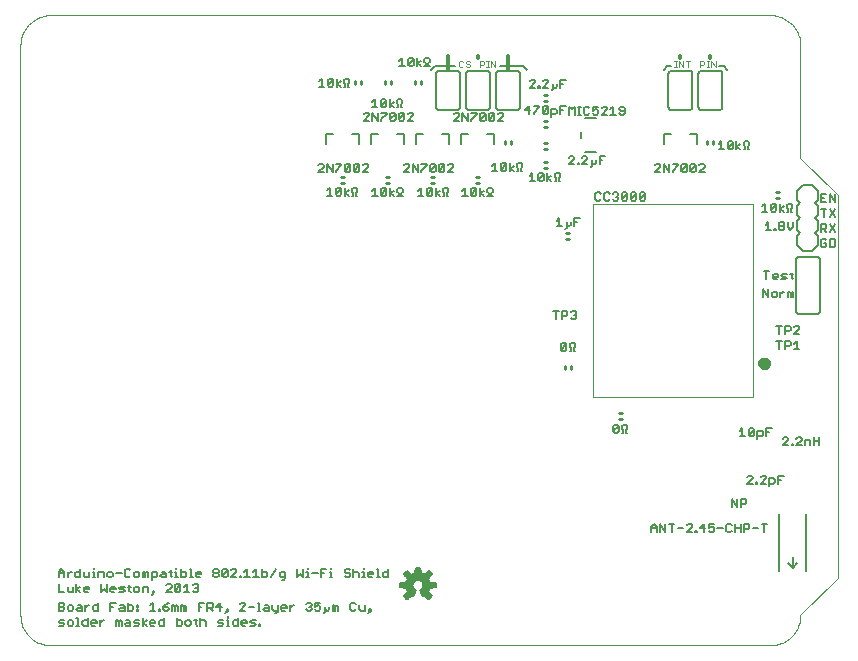
<source format=gto>
G75*
G70*
%OFA0B0*%
%FSLAX24Y24*%
%IPPOS*%
%LPD*%
%AMOC8*
5,1,8,0,0,1.08239X$1,22.5*
%
%ADD10C,0.0000*%
%ADD11C,0.0050*%
%ADD12C,0.0040*%
%ADD13C,0.0080*%
%ADD14C,0.0120*%
%ADD15C,0.0039*%
%ADD16C,0.0276*%
%ADD17C,0.0100*%
%ADD18C,0.0060*%
%ADD19C,0.0059*%
D10*
X001640Y000640D02*
X025640Y000640D01*
X025700Y000642D01*
X025761Y000647D01*
X025820Y000656D01*
X025879Y000669D01*
X025938Y000685D01*
X025995Y000705D01*
X026050Y000728D01*
X026105Y000755D01*
X026157Y000784D01*
X026208Y000817D01*
X026257Y000853D01*
X026303Y000891D01*
X026347Y000933D01*
X026389Y000977D01*
X026427Y001023D01*
X026463Y001072D01*
X026496Y001123D01*
X026525Y001175D01*
X026552Y001230D01*
X026575Y001285D01*
X026595Y001342D01*
X026611Y001401D01*
X026624Y001460D01*
X026633Y001519D01*
X026638Y001580D01*
X026640Y001640D01*
X027890Y002890D01*
X027890Y015640D01*
X026640Y016890D01*
X026640Y020640D01*
X026638Y020700D01*
X026633Y020761D01*
X026624Y020820D01*
X026611Y020879D01*
X026595Y020938D01*
X026575Y020995D01*
X026552Y021050D01*
X026525Y021105D01*
X026496Y021157D01*
X026463Y021208D01*
X026427Y021257D01*
X026389Y021303D01*
X026347Y021347D01*
X026303Y021389D01*
X026257Y021427D01*
X026208Y021463D01*
X026157Y021496D01*
X026105Y021525D01*
X026050Y021552D01*
X025995Y021575D01*
X025938Y021595D01*
X025879Y021611D01*
X025820Y021624D01*
X025761Y021633D01*
X025700Y021638D01*
X025640Y021640D01*
X001640Y021640D01*
X001580Y021638D01*
X001519Y021633D01*
X001460Y021624D01*
X001401Y021611D01*
X001342Y021595D01*
X001285Y021575D01*
X001230Y021552D01*
X001175Y021525D01*
X001123Y021496D01*
X001072Y021463D01*
X001023Y021427D01*
X000977Y021389D01*
X000933Y021347D01*
X000891Y021303D01*
X000853Y021257D01*
X000817Y021208D01*
X000784Y021157D01*
X000755Y021105D01*
X000728Y021050D01*
X000705Y020995D01*
X000685Y020938D01*
X000669Y020879D01*
X000656Y020820D01*
X000647Y020761D01*
X000642Y020700D01*
X000640Y020640D01*
X000640Y001640D01*
X000642Y001580D01*
X000647Y001519D01*
X000656Y001460D01*
X000669Y001401D01*
X000685Y001342D01*
X000705Y001285D01*
X000728Y001230D01*
X000755Y001175D01*
X000784Y001123D01*
X000817Y001072D01*
X000853Y001023D01*
X000891Y000977D01*
X000933Y000933D01*
X000977Y000891D01*
X001023Y000853D01*
X001072Y000817D01*
X001123Y000784D01*
X001175Y000755D01*
X001230Y000728D01*
X001285Y000705D01*
X001342Y000685D01*
X001401Y000669D01*
X001460Y000656D01*
X001519Y000647D01*
X001580Y000642D01*
X001640Y000640D01*
D11*
X001915Y001290D02*
X002050Y001290D01*
X002095Y001335D01*
X002050Y001380D01*
X001960Y001380D01*
X001915Y001425D01*
X001960Y001470D01*
X002095Y001470D01*
X002210Y001425D02*
X002210Y001335D01*
X002255Y001290D01*
X002345Y001290D01*
X002390Y001335D01*
X002390Y001425D01*
X002345Y001470D01*
X002255Y001470D01*
X002210Y001425D01*
X002504Y001290D02*
X002594Y001290D01*
X002549Y001290D02*
X002549Y001560D01*
X002504Y001560D01*
X002549Y001790D02*
X002504Y001835D01*
X002549Y001880D01*
X002684Y001880D01*
X002684Y001925D02*
X002684Y001790D01*
X002549Y001790D01*
X002390Y001835D02*
X002390Y001925D01*
X002345Y001970D01*
X002255Y001970D01*
X002210Y001925D01*
X002210Y001835D01*
X002255Y001790D01*
X002345Y001790D01*
X002390Y001835D01*
X002549Y001970D02*
X002639Y001970D01*
X002684Y001925D01*
X002799Y001880D02*
X002889Y001970D01*
X002934Y001970D01*
X003044Y001925D02*
X003090Y001970D01*
X003225Y001970D01*
X003225Y002060D02*
X003225Y001790D01*
X003090Y001790D01*
X003044Y001835D01*
X003044Y001925D01*
X002799Y001970D02*
X002799Y001790D01*
X002881Y001560D02*
X002881Y001290D01*
X002746Y001290D01*
X002701Y001335D01*
X002701Y001425D01*
X002746Y001470D01*
X002881Y001470D01*
X002995Y001425D02*
X003040Y001470D01*
X003131Y001470D01*
X003176Y001425D01*
X003176Y001380D01*
X002995Y001380D01*
X002995Y001335D02*
X002995Y001425D01*
X002995Y001335D02*
X003040Y001290D01*
X003131Y001290D01*
X003290Y001290D02*
X003290Y001470D01*
X003290Y001380D02*
X003380Y001470D01*
X003425Y001470D01*
X003830Y001470D02*
X003830Y001290D01*
X003920Y001290D02*
X003920Y001425D01*
X003965Y001470D01*
X004010Y001425D01*
X004010Y001290D01*
X004125Y001335D02*
X004170Y001380D01*
X004305Y001380D01*
X004305Y001425D02*
X004305Y001290D01*
X004170Y001290D01*
X004125Y001335D01*
X004170Y001470D02*
X004260Y001470D01*
X004305Y001425D01*
X004420Y001425D02*
X004465Y001470D01*
X004600Y001470D01*
X004555Y001380D02*
X004600Y001335D01*
X004555Y001290D01*
X004420Y001290D01*
X004465Y001380D02*
X004420Y001425D01*
X004465Y001380D02*
X004555Y001380D01*
X004714Y001380D02*
X004849Y001290D01*
X004960Y001335D02*
X004960Y001425D01*
X005005Y001470D01*
X005095Y001470D01*
X005140Y001425D01*
X005140Y001380D01*
X004960Y001380D01*
X004960Y001335D02*
X005005Y001290D01*
X005095Y001290D01*
X005254Y001335D02*
X005254Y001425D01*
X005299Y001470D01*
X005435Y001470D01*
X005435Y001560D02*
X005435Y001290D01*
X005299Y001290D01*
X005254Y001335D01*
X004849Y001470D02*
X004714Y001380D01*
X004714Y001290D02*
X004714Y001560D01*
X004563Y001790D02*
X004518Y001790D01*
X004518Y001835D01*
X004563Y001835D01*
X004563Y001790D01*
X004563Y001925D02*
X004518Y001925D01*
X004518Y001970D01*
X004563Y001970D01*
X004563Y001925D01*
X004403Y001925D02*
X004358Y001970D01*
X004223Y001970D01*
X004223Y002060D02*
X004223Y001790D01*
X004358Y001790D01*
X004403Y001835D01*
X004403Y001925D01*
X004109Y001925D02*
X004109Y001790D01*
X003973Y001790D01*
X003928Y001835D01*
X003973Y001880D01*
X004109Y001880D01*
X004109Y001925D02*
X004064Y001970D01*
X003973Y001970D01*
X003814Y002060D02*
X003634Y002060D01*
X003634Y001790D01*
X003634Y001925D02*
X003724Y001925D01*
X003830Y001470D02*
X003875Y001470D01*
X003920Y001425D01*
X003928Y002415D02*
X004064Y002415D01*
X004109Y002460D01*
X004064Y002505D01*
X003973Y002505D01*
X003928Y002550D01*
X003973Y002595D01*
X004109Y002595D01*
X004223Y002595D02*
X004313Y002595D01*
X004268Y002640D02*
X004268Y002460D01*
X004313Y002415D01*
X004420Y002460D02*
X004465Y002415D01*
X004555Y002415D01*
X004600Y002460D01*
X004600Y002550D01*
X004555Y002595D01*
X004465Y002595D01*
X004420Y002550D01*
X004420Y002460D01*
X004714Y002415D02*
X004714Y002595D01*
X004849Y002595D01*
X004894Y002550D01*
X004894Y002415D01*
X005009Y002325D02*
X005099Y002415D01*
X005054Y002415D01*
X005054Y002460D01*
X005099Y002460D01*
X005099Y002415D01*
X005050Y002060D02*
X005050Y001790D01*
X004960Y001790D02*
X005140Y001790D01*
X005254Y001790D02*
X005299Y001790D01*
X005299Y001835D01*
X005254Y001835D01*
X005254Y001790D01*
X005402Y001835D02*
X005447Y001790D01*
X005537Y001790D01*
X005582Y001835D01*
X005582Y001880D01*
X005537Y001925D01*
X005402Y001925D01*
X005402Y001835D01*
X005402Y001925D02*
X005492Y002015D01*
X005582Y002060D01*
X005696Y001970D02*
X005741Y001970D01*
X005786Y001925D01*
X005831Y001970D01*
X005877Y001925D01*
X005877Y001790D01*
X005786Y001790D02*
X005786Y001925D01*
X005696Y001970D02*
X005696Y001790D01*
X005844Y001560D02*
X005844Y001290D01*
X005979Y001290D01*
X006024Y001335D01*
X006024Y001425D01*
X005979Y001470D01*
X005844Y001470D01*
X006138Y001425D02*
X006138Y001335D01*
X006183Y001290D01*
X006273Y001290D01*
X006318Y001335D01*
X006318Y001425D01*
X006273Y001470D01*
X006183Y001470D01*
X006138Y001425D01*
X006433Y001470D02*
X006523Y001470D01*
X006478Y001515D02*
X006478Y001335D01*
X006523Y001290D01*
X006629Y001290D02*
X006629Y001560D01*
X006674Y001470D02*
X006765Y001470D01*
X006810Y001425D01*
X006810Y001290D01*
X006629Y001425D02*
X006674Y001470D01*
X006580Y001790D02*
X006580Y002060D01*
X006760Y002060D01*
X006875Y002060D02*
X006875Y001790D01*
X006875Y001880D02*
X007010Y001880D01*
X007055Y001925D01*
X007055Y002015D01*
X007010Y002060D01*
X006875Y002060D01*
X006965Y001880D02*
X007055Y001790D01*
X007170Y001925D02*
X007305Y002060D01*
X007305Y001790D01*
X007350Y001925D02*
X007170Y001925D01*
X007509Y001835D02*
X007509Y001790D01*
X007554Y001790D01*
X007554Y001835D01*
X007509Y001835D01*
X007554Y001790D02*
X007464Y001700D01*
X007558Y001605D02*
X007558Y001560D01*
X007558Y001470D02*
X007558Y001290D01*
X007513Y001290D02*
X007603Y001290D01*
X007710Y001335D02*
X007710Y001425D01*
X007755Y001470D01*
X007890Y001470D01*
X007890Y001560D02*
X007890Y001290D01*
X007755Y001290D01*
X007710Y001335D01*
X007558Y001470D02*
X007513Y001470D01*
X007399Y001470D02*
X007264Y001470D01*
X007219Y001425D01*
X007264Y001380D01*
X007354Y001380D01*
X007399Y001335D01*
X007354Y001290D01*
X007219Y001290D01*
X008004Y001335D02*
X008004Y001425D01*
X008050Y001470D01*
X008140Y001470D01*
X008185Y001425D01*
X008185Y001380D01*
X008004Y001380D01*
X008004Y001335D02*
X008050Y001290D01*
X008140Y001290D01*
X008299Y001290D02*
X008434Y001290D01*
X008479Y001335D01*
X008434Y001380D01*
X008344Y001380D01*
X008299Y001425D01*
X008344Y001470D01*
X008479Y001470D01*
X008594Y001335D02*
X008639Y001335D01*
X008639Y001290D01*
X008594Y001290D01*
X008594Y001335D01*
X009126Y001700D02*
X009171Y001700D01*
X009216Y001745D01*
X009216Y001970D01*
X009330Y001925D02*
X009375Y001970D01*
X009466Y001970D01*
X009511Y001925D01*
X009511Y001880D01*
X009330Y001880D01*
X009330Y001835D02*
X009330Y001925D01*
X009330Y001835D02*
X009375Y001790D01*
X009466Y001790D01*
X009625Y001790D02*
X009625Y001970D01*
X009625Y001880D02*
X009715Y001970D01*
X009760Y001970D01*
X010165Y002015D02*
X010210Y002060D01*
X010300Y002060D01*
X010345Y002015D01*
X010345Y001970D01*
X010300Y001925D01*
X010345Y001880D01*
X010345Y001835D01*
X010300Y001790D01*
X010210Y001790D01*
X010165Y001835D01*
X010255Y001925D02*
X010300Y001925D01*
X010460Y001925D02*
X010550Y001970D01*
X010595Y001970D01*
X010640Y001925D01*
X010640Y001835D01*
X010595Y001790D01*
X010505Y001790D01*
X010460Y001835D01*
X010460Y001925D02*
X010460Y002060D01*
X010640Y002060D01*
X010800Y001925D02*
X010800Y001835D01*
X010800Y001745D01*
X010755Y001700D01*
X010845Y001790D02*
X010800Y001835D01*
X010845Y001790D02*
X010890Y001790D01*
X010935Y001835D01*
X010935Y001925D01*
X011049Y001970D02*
X011094Y001970D01*
X011139Y001925D01*
X011184Y001970D01*
X011229Y001925D01*
X011229Y001790D01*
X011139Y001790D02*
X011139Y001925D01*
X011049Y001970D02*
X011049Y001790D01*
X011639Y001835D02*
X011684Y001790D01*
X011774Y001790D01*
X011819Y001835D01*
X011933Y001835D02*
X011978Y001790D01*
X012113Y001790D01*
X012113Y001970D01*
X011933Y001970D02*
X011933Y001835D01*
X011819Y002015D02*
X011774Y002060D01*
X011684Y002060D01*
X011639Y002015D01*
X011639Y001835D01*
X012228Y001700D02*
X012318Y001790D01*
X012273Y001790D01*
X012273Y001835D01*
X012318Y001835D01*
X012318Y001790D01*
X012363Y002915D02*
X012273Y002915D01*
X012228Y002960D01*
X012228Y003050D01*
X012273Y003095D01*
X012363Y003095D01*
X012408Y003050D01*
X012408Y003005D01*
X012228Y003005D01*
X012121Y002915D02*
X012031Y002915D01*
X012076Y002915D02*
X012076Y003095D01*
X012031Y003095D01*
X012076Y003185D02*
X012076Y003230D01*
X011917Y003050D02*
X011917Y002915D01*
X011917Y003050D02*
X011872Y003095D01*
X011782Y003095D01*
X011737Y003050D01*
X011622Y003005D02*
X011622Y002960D01*
X011577Y002915D01*
X011487Y002915D01*
X011442Y002960D01*
X011487Y003050D02*
X011577Y003050D01*
X011622Y003005D01*
X011622Y003140D02*
X011577Y003185D01*
X011487Y003185D01*
X011442Y003140D01*
X011442Y003095D01*
X011487Y003050D01*
X011737Y003185D02*
X011737Y002915D01*
X012522Y002915D02*
X012613Y002915D01*
X012568Y002915D02*
X012568Y003185D01*
X012522Y003185D01*
X012719Y003050D02*
X012764Y003095D01*
X012899Y003095D01*
X012899Y003185D02*
X012899Y002915D01*
X012764Y002915D01*
X012719Y002960D01*
X012719Y003050D01*
X011041Y002915D02*
X010951Y002915D01*
X010996Y002915D02*
X010996Y003095D01*
X010951Y003095D01*
X010996Y003185D02*
X010996Y003230D01*
X010836Y003185D02*
X010656Y003185D01*
X010656Y002915D01*
X010656Y003050D02*
X010746Y003050D01*
X010542Y003050D02*
X010362Y003050D01*
X010210Y003095D02*
X010210Y002915D01*
X010165Y002915D02*
X010255Y002915D01*
X010210Y003095D02*
X010165Y003095D01*
X010210Y003185D02*
X010210Y003230D01*
X010051Y003185D02*
X010051Y002915D01*
X009961Y003005D01*
X009871Y002915D01*
X009871Y003185D01*
X009461Y003095D02*
X009326Y003095D01*
X009281Y003050D01*
X009281Y002960D01*
X009326Y002915D01*
X009461Y002915D01*
X009461Y002870D02*
X009461Y003095D01*
X009461Y002870D02*
X009416Y002825D01*
X009371Y002825D01*
X008987Y002915D02*
X009167Y003185D01*
X008872Y003050D02*
X008827Y003095D01*
X008692Y003095D01*
X008692Y003185D02*
X008692Y002915D01*
X008827Y002915D01*
X008872Y002960D01*
X008872Y003050D01*
X008577Y002915D02*
X008397Y002915D01*
X008487Y002915D02*
X008487Y003185D01*
X008397Y003095D01*
X008283Y002915D02*
X008103Y002915D01*
X008193Y002915D02*
X008193Y003185D01*
X008103Y003095D01*
X008000Y002960D02*
X008000Y002915D01*
X007955Y002915D01*
X007955Y002960D01*
X008000Y002960D01*
X007841Y002915D02*
X007661Y002915D01*
X007841Y003095D01*
X007841Y003140D01*
X007796Y003185D01*
X007706Y003185D01*
X007661Y003140D01*
X007546Y003140D02*
X007366Y002960D01*
X007411Y002915D01*
X007501Y002915D01*
X007546Y002960D01*
X007546Y003140D01*
X007501Y003185D01*
X007411Y003185D01*
X007366Y003140D01*
X007366Y002960D01*
X007252Y002960D02*
X007207Y002915D01*
X007116Y002915D01*
X007071Y002960D01*
X007071Y003005D01*
X007116Y003050D01*
X007207Y003050D01*
X007252Y003005D01*
X007252Y002960D01*
X007207Y003050D02*
X007252Y003095D01*
X007252Y003140D01*
X007207Y003185D01*
X007116Y003185D01*
X007071Y003140D01*
X007071Y003095D01*
X007116Y003050D01*
X006662Y003050D02*
X006662Y003005D01*
X006482Y003005D01*
X006482Y002960D02*
X006482Y003050D01*
X006527Y003095D01*
X006617Y003095D01*
X006662Y003050D01*
X006617Y002915D02*
X006527Y002915D01*
X006482Y002960D01*
X006376Y002915D02*
X006286Y002915D01*
X006331Y002915D02*
X006331Y003185D01*
X006286Y003185D01*
X006171Y003050D02*
X006126Y003095D01*
X005991Y003095D01*
X005991Y003185D02*
X005991Y002915D01*
X006126Y002915D01*
X006171Y002960D01*
X006171Y003050D01*
X005885Y002915D02*
X005795Y002915D01*
X005840Y002915D02*
X005840Y003095D01*
X005795Y003095D01*
X005840Y003185D02*
X005840Y003230D01*
X005688Y003095D02*
X005598Y003095D01*
X005643Y003140D02*
X005643Y002960D01*
X005688Y002915D01*
X005484Y002915D02*
X005349Y002915D01*
X005303Y002960D01*
X005349Y003005D01*
X005484Y003005D01*
X005484Y003050D02*
X005484Y002915D01*
X005484Y003050D02*
X005439Y003095D01*
X005349Y003095D01*
X005189Y003050D02*
X005189Y002960D01*
X005144Y002915D01*
X005009Y002915D01*
X005009Y002825D02*
X005009Y003095D01*
X005144Y003095D01*
X005189Y003050D01*
X004894Y003050D02*
X004894Y002915D01*
X004804Y002915D02*
X004804Y003050D01*
X004849Y003095D01*
X004894Y003050D01*
X004804Y003050D02*
X004759Y003095D01*
X004714Y003095D01*
X004714Y002915D01*
X004600Y002960D02*
X004600Y003050D01*
X004555Y003095D01*
X004465Y003095D01*
X004420Y003050D01*
X004420Y002960D01*
X004465Y002915D01*
X004555Y002915D01*
X004600Y002960D01*
X004305Y002960D02*
X004260Y002915D01*
X004170Y002915D01*
X004125Y002960D01*
X004125Y003140D01*
X004170Y003185D01*
X004260Y003185D01*
X004305Y003140D01*
X004010Y003050D02*
X003830Y003050D01*
X003716Y003050D02*
X003671Y003095D01*
X003581Y003095D01*
X003536Y003050D01*
X003536Y002960D01*
X003581Y002915D01*
X003671Y002915D01*
X003716Y002960D01*
X003716Y003050D01*
X003519Y002685D02*
X003519Y002415D01*
X003429Y002505D01*
X003339Y002415D01*
X003339Y002685D01*
X003421Y002915D02*
X003421Y003050D01*
X003376Y003095D01*
X003241Y003095D01*
X003241Y002915D01*
X003135Y002915D02*
X003044Y002915D01*
X003090Y002915D02*
X003090Y003095D01*
X003044Y003095D01*
X003090Y003185D02*
X003090Y003230D01*
X002930Y003095D02*
X002930Y002915D01*
X002795Y002915D01*
X002750Y002960D01*
X002750Y003095D01*
X002635Y003095D02*
X002500Y003095D01*
X002455Y003050D01*
X002455Y002960D01*
X002500Y002915D01*
X002635Y002915D01*
X002635Y003185D01*
X002345Y003095D02*
X002300Y003095D01*
X002210Y003005D01*
X002210Y002915D02*
X002210Y003095D01*
X002095Y003095D02*
X002095Y002915D01*
X002095Y003050D02*
X001915Y003050D01*
X001915Y003095D02*
X002005Y003185D01*
X002095Y003095D01*
X001915Y003095D02*
X001915Y002915D01*
X001915Y002685D02*
X001915Y002415D01*
X002095Y002415D01*
X002210Y002460D02*
X002255Y002415D01*
X002390Y002415D01*
X002390Y002595D01*
X002504Y002505D02*
X002639Y002595D01*
X002750Y002550D02*
X002795Y002595D01*
X002885Y002595D01*
X002930Y002550D01*
X002930Y002505D01*
X002750Y002505D01*
X002750Y002460D02*
X002750Y002550D01*
X002750Y002460D02*
X002795Y002415D01*
X002885Y002415D01*
X002639Y002415D02*
X002504Y002505D01*
X002504Y002415D02*
X002504Y002685D01*
X002210Y002595D02*
X002210Y002460D01*
X002050Y002060D02*
X001915Y002060D01*
X001915Y001790D01*
X002050Y001790D01*
X002095Y001835D01*
X002095Y001880D01*
X002050Y001925D01*
X001915Y001925D01*
X002050Y001925D02*
X002095Y001970D01*
X002095Y002015D01*
X002050Y002060D01*
X003634Y002460D02*
X003679Y002415D01*
X003769Y002415D01*
X003814Y002505D02*
X003634Y002505D01*
X003634Y002460D02*
X003634Y002550D01*
X003679Y002595D01*
X003769Y002595D01*
X003814Y002550D01*
X003814Y002505D01*
X004960Y001970D02*
X005050Y002060D01*
X005500Y002415D02*
X005680Y002595D01*
X005680Y002640D01*
X005635Y002685D01*
X005545Y002685D01*
X005500Y002640D01*
X005500Y002415D02*
X005680Y002415D01*
X005795Y002460D02*
X005975Y002640D01*
X005975Y002460D01*
X005930Y002415D01*
X005840Y002415D01*
X005795Y002460D01*
X005795Y002640D01*
X005840Y002685D01*
X005930Y002685D01*
X005975Y002640D01*
X006089Y002595D02*
X006179Y002685D01*
X006179Y002415D01*
X006089Y002415D02*
X006269Y002415D01*
X006384Y002460D02*
X006429Y002415D01*
X006519Y002415D01*
X006564Y002460D01*
X006564Y002505D01*
X006519Y002550D01*
X006474Y002550D01*
X006519Y002550D02*
X006564Y002595D01*
X006564Y002640D01*
X006519Y002685D01*
X006429Y002685D01*
X006384Y002640D01*
X006126Y001970D02*
X006171Y001925D01*
X006171Y001790D01*
X006081Y001790D02*
X006081Y001925D01*
X006126Y001970D01*
X006081Y001925D02*
X006036Y001970D01*
X005991Y001970D01*
X005991Y001790D01*
X006580Y001925D02*
X006670Y001925D01*
X007955Y002015D02*
X008000Y002060D01*
X008090Y002060D01*
X008136Y002015D01*
X008136Y001970D01*
X007955Y001790D01*
X008136Y001790D01*
X008250Y001925D02*
X008430Y001925D01*
X008545Y001790D02*
X008635Y001790D01*
X008590Y001790D02*
X008590Y002060D01*
X008545Y002060D01*
X008786Y001970D02*
X008876Y001970D01*
X008921Y001925D01*
X008921Y001790D01*
X008786Y001790D01*
X008741Y001835D01*
X008786Y001880D01*
X008921Y001880D01*
X009036Y001835D02*
X009081Y001790D01*
X009216Y001790D01*
X009036Y001835D02*
X009036Y001970D01*
X018649Y010488D02*
X018694Y010443D01*
X018784Y010443D01*
X018830Y010488D01*
X018830Y010668D01*
X018784Y010713D01*
X018694Y010713D01*
X018649Y010668D01*
X018649Y010488D01*
X018830Y010668D01*
X018944Y010668D02*
X018989Y010713D01*
X019079Y010713D01*
X019124Y010668D01*
X019124Y010578D01*
X019079Y010533D01*
X019079Y010443D01*
X019124Y010443D01*
X018989Y010443D02*
X018989Y010533D01*
X018944Y010578D01*
X018944Y010668D01*
X018944Y010443D02*
X018989Y010443D01*
X019034Y011509D02*
X018989Y011554D01*
X019034Y011509D02*
X019124Y011509D01*
X019169Y011554D01*
X019169Y011599D01*
X019124Y011644D01*
X019079Y011644D01*
X019124Y011644D02*
X019169Y011689D01*
X019169Y011734D01*
X019124Y011779D01*
X019034Y011779D01*
X018989Y011734D01*
X018874Y011734D02*
X018874Y011644D01*
X018829Y011599D01*
X018694Y011599D01*
X018694Y011509D02*
X018694Y011779D01*
X018829Y011779D01*
X018874Y011734D01*
X018580Y011779D02*
X018399Y011779D01*
X018489Y011779D02*
X018489Y011509D01*
X018803Y014512D02*
X018848Y014557D01*
X018848Y014648D01*
X018893Y014603D01*
X018939Y014603D01*
X018984Y014648D01*
X018984Y014738D01*
X019098Y014738D02*
X019188Y014738D01*
X019098Y014873D02*
X019278Y014873D01*
X019098Y014873D02*
X019098Y014603D01*
X018848Y014648D02*
X018848Y014738D01*
X018689Y014603D02*
X018509Y014603D01*
X018599Y014603D02*
X018599Y014873D01*
X018509Y014783D01*
X019806Y015507D02*
X019851Y015462D01*
X019941Y015462D01*
X019986Y015507D01*
X020100Y015507D02*
X020145Y015462D01*
X020235Y015462D01*
X020280Y015507D01*
X020395Y015507D02*
X020440Y015462D01*
X020530Y015462D01*
X020575Y015507D01*
X020575Y015552D01*
X020530Y015597D01*
X020485Y015597D01*
X020530Y015597D02*
X020575Y015642D01*
X020575Y015687D01*
X020530Y015732D01*
X020440Y015732D01*
X020395Y015687D01*
X020280Y015687D02*
X020235Y015732D01*
X020145Y015732D01*
X020100Y015687D01*
X020100Y015507D01*
X019986Y015687D02*
X019941Y015732D01*
X019851Y015732D01*
X019806Y015687D01*
X019806Y015507D01*
X020690Y015507D02*
X020870Y015687D01*
X020870Y015507D01*
X020825Y015462D01*
X020735Y015462D01*
X020690Y015507D01*
X020690Y015687D01*
X020735Y015732D01*
X020825Y015732D01*
X020870Y015687D01*
X020984Y015687D02*
X021029Y015732D01*
X021119Y015732D01*
X021164Y015687D01*
X020984Y015507D01*
X021029Y015462D01*
X021119Y015462D01*
X021164Y015507D01*
X021164Y015687D01*
X021279Y015687D02*
X021324Y015732D01*
X021414Y015732D01*
X021459Y015687D01*
X021279Y015507D01*
X021324Y015462D01*
X021414Y015462D01*
X021459Y015507D01*
X021459Y015687D01*
X021279Y015687D02*
X021279Y015507D01*
X020984Y015507D02*
X020984Y015687D01*
X021790Y016415D02*
X021970Y016595D01*
X021970Y016640D01*
X021925Y016685D01*
X021835Y016685D01*
X021790Y016640D01*
X021790Y016415D02*
X021970Y016415D01*
X022085Y016415D02*
X022085Y016685D01*
X022265Y016415D01*
X022265Y016685D01*
X022379Y016685D02*
X022559Y016685D01*
X022559Y016640D01*
X022379Y016460D01*
X022379Y016415D01*
X022674Y016460D02*
X022674Y016640D01*
X022719Y016685D01*
X022809Y016685D01*
X022854Y016640D01*
X022674Y016460D01*
X022719Y016415D01*
X022809Y016415D01*
X022854Y016460D01*
X022854Y016640D01*
X022969Y016640D02*
X023014Y016685D01*
X023104Y016685D01*
X023149Y016640D01*
X022969Y016460D01*
X023014Y016415D01*
X023104Y016415D01*
X023149Y016460D01*
X023149Y016640D01*
X023263Y016640D02*
X023308Y016685D01*
X023398Y016685D01*
X023443Y016640D01*
X023443Y016595D01*
X023263Y016415D01*
X023443Y016415D01*
X022969Y016460D02*
X022969Y016640D01*
X023915Y017165D02*
X024095Y017165D01*
X024005Y017165D02*
X024005Y017435D01*
X023915Y017345D01*
X024210Y017390D02*
X024255Y017435D01*
X024345Y017435D01*
X024390Y017390D01*
X024210Y017210D01*
X024255Y017165D01*
X024345Y017165D01*
X024390Y017210D01*
X024390Y017390D01*
X024504Y017435D02*
X024504Y017165D01*
X024504Y017255D02*
X024639Y017345D01*
X024750Y017300D02*
X024750Y017390D01*
X024795Y017435D01*
X024885Y017435D01*
X024930Y017390D01*
X024930Y017300D01*
X024885Y017255D01*
X024885Y017165D01*
X024930Y017165D01*
X024795Y017165D02*
X024795Y017255D01*
X024750Y017300D01*
X024750Y017165D02*
X024795Y017165D01*
X024639Y017165D02*
X024504Y017255D01*
X024210Y017210D02*
X024210Y017390D01*
X026540Y015790D02*
X026540Y015490D01*
X026640Y015390D01*
X026540Y015290D01*
X026540Y014990D01*
X026640Y014890D01*
X026540Y014790D01*
X026540Y014490D01*
X026640Y014390D01*
X026540Y014290D01*
X026540Y013990D01*
X026740Y013790D01*
X027040Y013790D01*
X027240Y013990D01*
X027240Y014290D01*
X027140Y014390D01*
X027240Y014490D01*
X027240Y014790D01*
X027140Y014890D01*
X027240Y014990D01*
X027240Y015290D01*
X027140Y015390D01*
X027240Y015490D01*
X027240Y015790D01*
X027040Y015990D01*
X026740Y015990D01*
X026540Y015790D01*
X026322Y015357D02*
X026232Y015357D01*
X026187Y015312D01*
X026187Y015222D01*
X026232Y015177D01*
X026232Y015087D01*
X026187Y015087D01*
X026077Y015087D02*
X025942Y015177D01*
X026077Y015267D01*
X025942Y015357D02*
X025942Y015087D01*
X025827Y015132D02*
X025782Y015087D01*
X025692Y015087D01*
X025647Y015132D01*
X025827Y015312D01*
X025827Y015132D01*
X025647Y015132D02*
X025647Y015312D01*
X025692Y015357D01*
X025782Y015357D01*
X025827Y015312D01*
X025533Y015087D02*
X025353Y015087D01*
X025443Y015087D02*
X025443Y015357D01*
X025353Y015267D01*
X025568Y014748D02*
X025568Y014478D01*
X025478Y014478D02*
X025658Y014478D01*
X025772Y014478D02*
X025772Y014523D01*
X025817Y014523D01*
X025817Y014478D01*
X025772Y014478D01*
X025919Y014523D02*
X025919Y014568D01*
X025965Y014613D01*
X026055Y014613D01*
X026100Y014568D01*
X026100Y014523D01*
X026055Y014478D01*
X025965Y014478D01*
X025919Y014523D01*
X025965Y014613D02*
X025919Y014658D01*
X025919Y014703D01*
X025965Y014748D01*
X026055Y014748D01*
X026100Y014703D01*
X026100Y014658D01*
X026055Y014613D01*
X026214Y014568D02*
X026304Y014478D01*
X026394Y014568D01*
X026394Y014748D01*
X026214Y014748D02*
X026214Y014568D01*
X026322Y015087D02*
X026368Y015087D01*
X026322Y015087D02*
X026322Y015177D01*
X026368Y015222D01*
X026368Y015312D01*
X026322Y015357D01*
X025568Y014748D02*
X025478Y014658D01*
X027321Y014685D02*
X027321Y014415D01*
X027321Y014505D02*
X027456Y014505D01*
X027501Y014550D01*
X027501Y014640D01*
X027456Y014685D01*
X027321Y014685D01*
X027411Y014505D02*
X027501Y014415D01*
X027616Y014415D02*
X027796Y014685D01*
X027616Y014685D02*
X027796Y014415D01*
X027751Y014185D02*
X027616Y014185D01*
X027616Y013915D01*
X027751Y013915D01*
X027796Y013960D01*
X027796Y014140D01*
X027751Y014185D01*
X027501Y014140D02*
X027456Y014185D01*
X027366Y014185D01*
X027321Y014140D01*
X027321Y013960D01*
X027366Y013915D01*
X027456Y013915D01*
X027501Y013960D01*
X027501Y014050D01*
X027411Y014050D01*
X027411Y014915D02*
X027411Y015185D01*
X027321Y015185D02*
X027501Y015185D01*
X027616Y015185D02*
X027796Y014915D01*
X027616Y014915D02*
X027796Y015185D01*
X027796Y015415D02*
X027796Y015685D01*
X027616Y015685D02*
X027616Y015415D01*
X027501Y015415D02*
X027321Y015415D01*
X027321Y015685D01*
X027501Y015685D01*
X027616Y015685D02*
X027796Y015415D01*
X027411Y015550D02*
X027321Y015550D01*
X026344Y013062D02*
X026344Y012882D01*
X026389Y012837D01*
X026389Y013017D02*
X026299Y013017D01*
X026184Y013017D02*
X026049Y013017D01*
X026004Y012972D01*
X026049Y012927D01*
X026139Y012927D01*
X026184Y012882D01*
X026139Y012837D01*
X026004Y012837D01*
X025890Y012927D02*
X025710Y012927D01*
X025710Y012972D02*
X025755Y013017D01*
X025845Y013017D01*
X025890Y012972D01*
X025890Y012927D01*
X025845Y012837D02*
X025755Y012837D01*
X025710Y012882D01*
X025710Y012972D01*
X025595Y013107D02*
X025415Y013107D01*
X025505Y013107D02*
X025505Y012837D01*
X025564Y012513D02*
X025564Y012243D01*
X025384Y012513D01*
X025384Y012243D01*
X025678Y012288D02*
X025723Y012243D01*
X025814Y012243D01*
X025859Y012288D01*
X025859Y012378D01*
X025814Y012423D01*
X025723Y012423D01*
X025678Y012378D01*
X025678Y012288D01*
X025973Y012243D02*
X025973Y012423D01*
X025973Y012333D02*
X026063Y012423D01*
X026108Y012423D01*
X026219Y012423D02*
X026264Y012423D01*
X026309Y012378D01*
X026354Y012423D01*
X026399Y012378D01*
X026399Y012243D01*
X026309Y012243D02*
X026309Y012378D01*
X026219Y012423D02*
X026219Y012243D01*
X026267Y011279D02*
X026132Y011279D01*
X026132Y011009D01*
X026132Y011099D02*
X026267Y011099D01*
X026312Y011144D01*
X026312Y011234D01*
X026267Y011279D01*
X026426Y011234D02*
X026471Y011279D01*
X026561Y011279D01*
X026606Y011234D01*
X026606Y011189D01*
X026426Y011009D01*
X026606Y011009D01*
X026516Y010779D02*
X026516Y010509D01*
X026426Y010509D02*
X026606Y010509D01*
X026426Y010689D02*
X026516Y010779D01*
X026312Y010734D02*
X026312Y010644D01*
X026267Y010599D01*
X026132Y010599D01*
X026132Y010509D02*
X026132Y010779D01*
X026267Y010779D01*
X026312Y010734D01*
X026017Y010779D02*
X025837Y010779D01*
X025927Y010779D02*
X025927Y010509D01*
X025927Y011009D02*
X025927Y011279D01*
X025837Y011279D02*
X026017Y011279D01*
X025682Y007873D02*
X025502Y007873D01*
X025502Y007603D01*
X025388Y007648D02*
X025343Y007603D01*
X025207Y007603D01*
X025207Y007512D02*
X025207Y007783D01*
X025343Y007783D01*
X025388Y007738D01*
X025388Y007648D01*
X025502Y007738D02*
X025592Y007738D01*
X025093Y007828D02*
X024913Y007648D01*
X024958Y007603D01*
X025048Y007603D01*
X025093Y007648D01*
X025093Y007828D01*
X025048Y007873D01*
X024958Y007873D01*
X024913Y007828D01*
X024913Y007648D01*
X024798Y007603D02*
X024618Y007603D01*
X024708Y007603D02*
X024708Y007873D01*
X024618Y007783D01*
X026056Y007531D02*
X026101Y007576D01*
X026191Y007576D01*
X026236Y007531D01*
X026236Y007486D01*
X026056Y007306D01*
X026236Y007306D01*
X026350Y007306D02*
X026395Y007306D01*
X026395Y007351D01*
X026350Y007351D01*
X026350Y007306D01*
X026498Y007306D02*
X026678Y007486D01*
X026678Y007531D01*
X026633Y007576D01*
X026543Y007576D01*
X026498Y007531D01*
X026498Y007306D02*
X026678Y007306D01*
X026792Y007306D02*
X026792Y007486D01*
X026927Y007486D01*
X026972Y007441D01*
X026972Y007306D01*
X027087Y007306D02*
X027087Y007576D01*
X027087Y007441D02*
X027267Y007441D01*
X027267Y007576D02*
X027267Y007306D01*
X026080Y006295D02*
X025899Y006295D01*
X025899Y006024D01*
X025785Y006069D02*
X025740Y006024D01*
X025605Y006024D01*
X025605Y005934D02*
X025605Y006205D01*
X025740Y006205D01*
X025785Y006159D01*
X025785Y006069D01*
X025899Y006159D02*
X025989Y006159D01*
X025490Y006205D02*
X025490Y006250D01*
X025445Y006295D01*
X025355Y006295D01*
X025310Y006250D01*
X025490Y006205D02*
X025310Y006024D01*
X025490Y006024D01*
X025208Y006024D02*
X025163Y006024D01*
X025163Y006069D01*
X025208Y006069D01*
X025208Y006024D01*
X025048Y006024D02*
X024868Y006024D01*
X025048Y006205D01*
X025048Y006250D01*
X025003Y006295D01*
X024913Y006295D01*
X024868Y006250D01*
X024782Y005529D02*
X024827Y005484D01*
X024827Y005394D01*
X024782Y005349D01*
X024647Y005349D01*
X024647Y005259D02*
X024647Y005529D01*
X024782Y005529D01*
X024533Y005529D02*
X024533Y005259D01*
X024353Y005529D01*
X024353Y005259D01*
X024305Y004685D02*
X024215Y004685D01*
X024170Y004640D01*
X024170Y004460D01*
X024215Y004415D01*
X024305Y004415D01*
X024350Y004460D01*
X024464Y004415D02*
X024464Y004685D01*
X024350Y004640D02*
X024305Y004685D01*
X024464Y004550D02*
X024644Y004550D01*
X024759Y004505D02*
X024894Y004505D01*
X024939Y004550D01*
X024939Y004640D01*
X024894Y004685D01*
X024759Y004685D01*
X024759Y004415D01*
X024644Y004415D02*
X024644Y004685D01*
X025053Y004550D02*
X025234Y004550D01*
X025348Y004685D02*
X025528Y004685D01*
X025438Y004685D02*
X025438Y004415D01*
X024055Y004550D02*
X023875Y004550D01*
X023760Y004550D02*
X023760Y004460D01*
X023715Y004415D01*
X023625Y004415D01*
X023580Y004460D01*
X023580Y004550D02*
X023670Y004595D01*
X023715Y004595D01*
X023760Y004550D01*
X023760Y004685D02*
X023580Y004685D01*
X023580Y004550D01*
X023466Y004550D02*
X023286Y004550D01*
X023421Y004685D01*
X023421Y004415D01*
X023183Y004415D02*
X023183Y004460D01*
X023138Y004460D01*
X023138Y004415D01*
X023183Y004415D01*
X023024Y004415D02*
X022844Y004415D01*
X023024Y004595D01*
X023024Y004640D01*
X022979Y004685D01*
X022889Y004685D01*
X022844Y004640D01*
X022729Y004550D02*
X022549Y004550D01*
X022434Y004685D02*
X022254Y004685D01*
X022344Y004685D02*
X022344Y004415D01*
X022140Y004415D02*
X022140Y004685D01*
X021960Y004685D02*
X022140Y004415D01*
X021960Y004415D02*
X021960Y004685D01*
X021845Y004595D02*
X021755Y004685D01*
X021665Y004595D01*
X021665Y004415D01*
X021665Y004550D02*
X021845Y004550D01*
X021845Y004595D02*
X021845Y004415D01*
X020874Y007728D02*
X020829Y007728D01*
X020829Y007818D01*
X020874Y007863D01*
X020874Y007953D01*
X020829Y007998D01*
X020739Y007998D01*
X020694Y007953D01*
X020694Y007863D01*
X020739Y007818D01*
X020739Y007728D01*
X020694Y007728D01*
X020580Y007773D02*
X020534Y007728D01*
X020444Y007728D01*
X020399Y007773D01*
X020580Y007953D01*
X020580Y007773D01*
X020580Y007953D02*
X020534Y007998D01*
X020444Y007998D01*
X020399Y007953D01*
X020399Y007773D01*
X016380Y015615D02*
X016335Y015615D01*
X016335Y015705D01*
X016380Y015750D01*
X016380Y015840D01*
X016335Y015885D01*
X016245Y015885D01*
X016200Y015840D01*
X016200Y015750D01*
X016245Y015705D01*
X016245Y015615D01*
X016200Y015615D01*
X016089Y015615D02*
X015954Y015705D01*
X016089Y015795D01*
X015954Y015885D02*
X015954Y015615D01*
X015840Y015660D02*
X015795Y015615D01*
X015705Y015615D01*
X015660Y015660D01*
X015840Y015840D01*
X015840Y015660D01*
X015840Y015840D02*
X015795Y015885D01*
X015705Y015885D01*
X015660Y015840D01*
X015660Y015660D01*
X015545Y015615D02*
X015365Y015615D01*
X015455Y015615D02*
X015455Y015885D01*
X015365Y015795D01*
X014905Y015840D02*
X014905Y015750D01*
X014860Y015705D01*
X014860Y015615D01*
X014905Y015615D01*
X014770Y015615D02*
X014770Y015705D01*
X014725Y015750D01*
X014725Y015840D01*
X014770Y015885D01*
X014860Y015885D01*
X014905Y015840D01*
X014770Y015615D02*
X014725Y015615D01*
X014614Y015615D02*
X014479Y015705D01*
X014614Y015795D01*
X014479Y015885D02*
X014479Y015615D01*
X014365Y015660D02*
X014320Y015615D01*
X014230Y015615D01*
X014185Y015660D01*
X014365Y015840D01*
X014365Y015660D01*
X014365Y015840D02*
X014320Y015885D01*
X014230Y015885D01*
X014185Y015840D01*
X014185Y015660D01*
X014070Y015615D02*
X013890Y015615D01*
X013980Y015615D02*
X013980Y015885D01*
X013890Y015795D01*
X013380Y015750D02*
X013335Y015705D01*
X013335Y015615D01*
X013380Y015615D01*
X013380Y015750D02*
X013380Y015840D01*
X013335Y015885D01*
X013245Y015885D01*
X013200Y015840D01*
X013200Y015750D01*
X013245Y015705D01*
X013245Y015615D01*
X013200Y015615D01*
X013089Y015615D02*
X012954Y015705D01*
X013089Y015795D01*
X012954Y015885D02*
X012954Y015615D01*
X012840Y015660D02*
X012795Y015615D01*
X012705Y015615D01*
X012660Y015660D01*
X012840Y015840D01*
X012840Y015660D01*
X012840Y015840D02*
X012795Y015885D01*
X012705Y015885D01*
X012660Y015840D01*
X012660Y015660D01*
X012545Y015615D02*
X012365Y015615D01*
X012455Y015615D02*
X012455Y015885D01*
X012365Y015795D01*
X011874Y015760D02*
X011829Y015715D01*
X011829Y015625D01*
X011874Y015625D01*
X011874Y015760D02*
X011874Y015850D01*
X011829Y015895D01*
X011739Y015895D01*
X011694Y015850D01*
X011694Y015760D01*
X011739Y015715D01*
X011739Y015625D01*
X011694Y015625D01*
X011583Y015625D02*
X011448Y015715D01*
X011583Y015805D01*
X011448Y015895D02*
X011448Y015625D01*
X011334Y015670D02*
X011334Y015850D01*
X011153Y015670D01*
X011198Y015625D01*
X011289Y015625D01*
X011334Y015670D01*
X011334Y015850D02*
X011289Y015895D01*
X011198Y015895D01*
X011153Y015850D01*
X011153Y015670D01*
X011039Y015625D02*
X010859Y015625D01*
X010949Y015625D02*
X010949Y015895D01*
X010859Y015805D01*
X010866Y016415D02*
X010866Y016685D01*
X011046Y016415D01*
X011046Y016685D01*
X011161Y016685D02*
X011341Y016685D01*
X011341Y016640D01*
X011161Y016460D01*
X011161Y016415D01*
X011455Y016460D02*
X011635Y016640D01*
X011635Y016460D01*
X011590Y016415D01*
X011500Y016415D01*
X011455Y016460D01*
X011455Y016640D01*
X011500Y016685D01*
X011590Y016685D01*
X011635Y016640D01*
X011750Y016640D02*
X011750Y016460D01*
X011930Y016640D01*
X011930Y016460D01*
X011885Y016415D01*
X011795Y016415D01*
X011750Y016460D01*
X011750Y016640D02*
X011795Y016685D01*
X011885Y016685D01*
X011930Y016640D01*
X012045Y016640D02*
X012090Y016685D01*
X012180Y016685D01*
X012225Y016640D01*
X012225Y016595D01*
X012045Y016415D01*
X012225Y016415D01*
X013415Y016415D02*
X013595Y016595D01*
X013595Y016640D01*
X013550Y016685D01*
X013460Y016685D01*
X013415Y016640D01*
X013415Y016415D02*
X013595Y016415D01*
X013710Y016415D02*
X013710Y016685D01*
X013890Y016415D01*
X013890Y016685D01*
X014004Y016685D02*
X014184Y016685D01*
X014184Y016640D01*
X014004Y016460D01*
X014004Y016415D01*
X014299Y016460D02*
X014479Y016640D01*
X014479Y016460D01*
X014434Y016415D01*
X014344Y016415D01*
X014299Y016460D01*
X014299Y016640D01*
X014344Y016685D01*
X014434Y016685D01*
X014479Y016640D01*
X014594Y016640D02*
X014594Y016460D01*
X014774Y016640D01*
X014774Y016460D01*
X014729Y016415D01*
X014639Y016415D01*
X014594Y016460D01*
X014594Y016640D02*
X014639Y016685D01*
X014729Y016685D01*
X014774Y016640D01*
X014888Y016640D02*
X014933Y016685D01*
X015023Y016685D01*
X015068Y016640D01*
X015068Y016595D01*
X014888Y016415D01*
X015068Y016415D01*
X016359Y016441D02*
X016539Y016441D01*
X016449Y016441D02*
X016449Y016711D01*
X016359Y016621D01*
X016653Y016666D02*
X016653Y016486D01*
X016834Y016666D01*
X016834Y016486D01*
X016789Y016441D01*
X016698Y016441D01*
X016653Y016486D01*
X016653Y016666D02*
X016698Y016711D01*
X016789Y016711D01*
X016834Y016666D01*
X016948Y016711D02*
X016948Y016441D01*
X016948Y016531D02*
X017083Y016441D01*
X017194Y016441D02*
X017239Y016441D01*
X017239Y016531D01*
X017194Y016576D01*
X017194Y016666D01*
X017239Y016711D01*
X017329Y016711D01*
X017374Y016666D01*
X017374Y016576D01*
X017329Y016531D01*
X017329Y016441D01*
X017374Y016441D01*
X017609Y016295D02*
X017699Y016385D01*
X017699Y016115D01*
X017609Y016115D02*
X017789Y016115D01*
X017903Y016160D02*
X018084Y016340D01*
X018084Y016160D01*
X018039Y016115D01*
X017948Y016115D01*
X017903Y016160D01*
X017903Y016340D01*
X017948Y016385D01*
X018039Y016385D01*
X018084Y016340D01*
X018198Y016385D02*
X018198Y016115D01*
X018198Y016205D02*
X018333Y016295D01*
X018444Y016250D02*
X018444Y016340D01*
X018489Y016385D01*
X018579Y016385D01*
X018624Y016340D01*
X018624Y016250D01*
X018579Y016205D01*
X018579Y016115D01*
X018624Y016115D01*
X018489Y016115D02*
X018489Y016205D01*
X018444Y016250D01*
X018444Y016115D02*
X018489Y016115D01*
X018333Y016115D02*
X018198Y016205D01*
X018915Y016665D02*
X019095Y016845D01*
X019095Y016890D01*
X019050Y016935D01*
X018960Y016935D01*
X018915Y016890D01*
X018915Y016665D02*
X019095Y016665D01*
X019210Y016665D02*
X019210Y016710D01*
X019255Y016710D01*
X019255Y016665D01*
X019210Y016665D01*
X019357Y016665D02*
X019537Y016845D01*
X019537Y016890D01*
X019492Y016935D01*
X019402Y016935D01*
X019357Y016890D01*
X019357Y016665D02*
X019537Y016665D01*
X019652Y016575D02*
X019697Y016620D01*
X019697Y016710D01*
X019742Y016665D01*
X019787Y016665D01*
X019832Y016710D01*
X019832Y016800D01*
X019946Y016800D02*
X020036Y016800D01*
X019946Y016665D02*
X019946Y016935D01*
X020126Y016935D01*
X019697Y016800D02*
X019697Y016710D01*
X018336Y018257D02*
X018336Y018528D01*
X018472Y018528D01*
X018517Y018483D01*
X018517Y018393D01*
X018472Y018348D01*
X018336Y018348D01*
X018222Y018393D02*
X018222Y018573D01*
X018042Y018393D01*
X018087Y018348D01*
X018177Y018348D01*
X018222Y018393D01*
X018222Y018573D02*
X018177Y018618D01*
X018087Y018618D01*
X018042Y018573D01*
X018042Y018393D01*
X017927Y018573D02*
X017747Y018393D01*
X017747Y018348D01*
X017588Y018348D02*
X017588Y018618D01*
X017453Y018483D01*
X017633Y018483D01*
X017747Y018618D02*
X017927Y018618D01*
X017927Y018573D01*
X018345Y019132D02*
X018390Y019177D01*
X018390Y019268D01*
X018435Y019223D01*
X018480Y019223D01*
X018526Y019268D01*
X018526Y019358D01*
X018640Y019358D02*
X018730Y019358D01*
X018640Y019223D02*
X018640Y019493D01*
X018820Y019493D01*
X018390Y019358D02*
X018390Y019268D01*
X018231Y019223D02*
X018051Y019223D01*
X018231Y019403D01*
X018231Y019448D01*
X018186Y019493D01*
X018096Y019493D01*
X018051Y019448D01*
X017948Y019268D02*
X017948Y019223D01*
X017903Y019223D01*
X017903Y019268D01*
X017948Y019268D01*
X017789Y019223D02*
X017609Y019223D01*
X017789Y019403D01*
X017789Y019448D01*
X017744Y019493D01*
X017654Y019493D01*
X017609Y019448D01*
X018631Y018618D02*
X018811Y018618D01*
X018931Y018591D02*
X018931Y018321D01*
X019111Y018321D02*
X019111Y018591D01*
X019021Y018501D01*
X018931Y018591D01*
X018721Y018483D02*
X018631Y018483D01*
X018631Y018348D02*
X018631Y018618D01*
X019225Y018591D02*
X019315Y018591D01*
X019270Y018591D02*
X019270Y018321D01*
X019225Y018321D02*
X019315Y018321D01*
X019422Y018366D02*
X019422Y018546D01*
X019467Y018591D01*
X019557Y018591D01*
X019602Y018546D01*
X019716Y018591D02*
X019716Y018456D01*
X019806Y018501D01*
X019851Y018501D01*
X019897Y018456D01*
X019897Y018366D01*
X019851Y018321D01*
X019761Y018321D01*
X019716Y018366D01*
X019602Y018366D02*
X019557Y018321D01*
X019467Y018321D01*
X019422Y018366D01*
X019716Y018591D02*
X019897Y018591D01*
X020011Y018546D02*
X020056Y018591D01*
X020146Y018591D01*
X020191Y018546D01*
X020191Y018501D01*
X020011Y018321D01*
X020191Y018321D01*
X020306Y018321D02*
X020486Y018321D01*
X020396Y018321D02*
X020396Y018591D01*
X020306Y018501D01*
X020600Y018501D02*
X020645Y018456D01*
X020780Y018456D01*
X020780Y018366D02*
X020780Y018546D01*
X020735Y018591D01*
X020645Y018591D01*
X020600Y018546D01*
X020600Y018501D01*
X020600Y018366D02*
X020645Y018321D01*
X020735Y018321D01*
X020780Y018366D01*
X017083Y016621D02*
X016948Y016531D01*
X016731Y018115D02*
X016551Y018115D01*
X016731Y018295D01*
X016731Y018340D01*
X016686Y018385D01*
X016596Y018385D01*
X016551Y018340D01*
X016436Y018340D02*
X016436Y018160D01*
X016391Y018115D01*
X016301Y018115D01*
X016256Y018160D01*
X016436Y018340D01*
X016391Y018385D01*
X016301Y018385D01*
X016256Y018340D01*
X016256Y018160D01*
X016142Y018160D02*
X016097Y018115D01*
X016006Y018115D01*
X015961Y018160D01*
X016142Y018340D01*
X016142Y018160D01*
X016142Y018340D02*
X016097Y018385D01*
X016006Y018385D01*
X015961Y018340D01*
X015961Y018160D01*
X015847Y018340D02*
X015667Y018160D01*
X015667Y018115D01*
X015552Y018115D02*
X015552Y018385D01*
X015667Y018385D02*
X015847Y018385D01*
X015847Y018340D01*
X015552Y018115D02*
X015372Y018385D01*
X015372Y018115D01*
X015258Y018115D02*
X015078Y018115D01*
X015258Y018295D01*
X015258Y018340D01*
X015213Y018385D01*
X015123Y018385D01*
X015078Y018340D01*
X013731Y018346D02*
X013686Y018391D01*
X013596Y018391D01*
X013551Y018346D01*
X013436Y018346D02*
X013256Y018166D01*
X013301Y018121D01*
X013391Y018121D01*
X013436Y018166D01*
X013436Y018346D01*
X013391Y018391D01*
X013301Y018391D01*
X013256Y018346D01*
X013256Y018166D01*
X013142Y018166D02*
X013097Y018121D01*
X013006Y018121D01*
X012961Y018166D01*
X013142Y018346D01*
X013142Y018166D01*
X013142Y018346D02*
X013097Y018391D01*
X013006Y018391D01*
X012961Y018346D01*
X012961Y018166D01*
X012847Y018346D02*
X012667Y018166D01*
X012667Y018121D01*
X012552Y018121D02*
X012552Y018391D01*
X012667Y018391D02*
X012847Y018391D01*
X012847Y018346D01*
X012789Y018566D02*
X012698Y018566D01*
X012653Y018611D01*
X012834Y018791D01*
X012834Y018611D01*
X012789Y018566D01*
X012653Y018611D02*
X012653Y018791D01*
X012698Y018836D01*
X012789Y018836D01*
X012834Y018791D01*
X012948Y018836D02*
X012948Y018566D01*
X012948Y018656D02*
X013083Y018746D01*
X013194Y018701D02*
X013194Y018791D01*
X013239Y018836D01*
X013329Y018836D01*
X013374Y018791D01*
X013374Y018701D01*
X013329Y018656D01*
X013329Y018566D01*
X013374Y018566D01*
X013239Y018566D02*
X013239Y018656D01*
X013194Y018701D01*
X013194Y018566D02*
X013239Y018566D01*
X013083Y018566D02*
X012948Y018656D01*
X012539Y018566D02*
X012359Y018566D01*
X012449Y018566D02*
X012449Y018836D01*
X012359Y018746D01*
X012372Y018391D02*
X012552Y018121D01*
X012372Y018121D02*
X012372Y018391D01*
X012258Y018346D02*
X012213Y018391D01*
X012123Y018391D01*
X012078Y018346D01*
X012258Y018346D02*
X012258Y018301D01*
X012078Y018121D01*
X012258Y018121D01*
X013551Y018121D02*
X013731Y018301D01*
X013731Y018346D01*
X013731Y018121D02*
X013551Y018121D01*
X011602Y019259D02*
X011557Y019259D01*
X011557Y019349D01*
X011602Y019394D01*
X011602Y019484D01*
X011557Y019529D01*
X011467Y019529D01*
X011422Y019484D01*
X011422Y019394D01*
X011467Y019349D01*
X011467Y019259D01*
X011422Y019259D01*
X011311Y019259D02*
X011176Y019349D01*
X011311Y019439D01*
X011176Y019529D02*
X011176Y019259D01*
X011062Y019304D02*
X011062Y019484D01*
X010882Y019304D01*
X010927Y019259D01*
X011017Y019259D01*
X011062Y019304D01*
X011062Y019484D02*
X011017Y019529D01*
X010927Y019529D01*
X010882Y019484D01*
X010882Y019304D01*
X010767Y019259D02*
X010587Y019259D01*
X010677Y019259D02*
X010677Y019529D01*
X010587Y019439D01*
X013271Y019949D02*
X013451Y019949D01*
X013361Y019949D02*
X013361Y020220D01*
X013271Y020130D01*
X013566Y020175D02*
X013566Y019994D01*
X013746Y020175D01*
X013746Y019994D01*
X013701Y019949D01*
X013611Y019949D01*
X013566Y019994D01*
X013566Y020175D02*
X013611Y020220D01*
X013701Y020220D01*
X013746Y020175D01*
X013861Y020220D02*
X013861Y019949D01*
X013861Y020039D02*
X013996Y020130D01*
X014106Y020175D02*
X014151Y020220D01*
X014241Y020220D01*
X014286Y020175D01*
X014286Y020084D01*
X014241Y020039D01*
X014241Y019949D01*
X014286Y019949D01*
X014151Y019949D02*
X014151Y020039D01*
X014106Y020084D01*
X014106Y020175D01*
X014106Y019949D02*
X014151Y019949D01*
X013996Y019949D02*
X013861Y020039D01*
X010706Y016685D02*
X010616Y016685D01*
X010571Y016640D01*
X010706Y016685D02*
X010751Y016640D01*
X010751Y016595D01*
X010571Y016415D01*
X010751Y016415D01*
D12*
X015254Y019945D02*
X015289Y019910D01*
X015359Y019910D01*
X015394Y019945D01*
X015484Y019945D02*
X015519Y019910D01*
X015589Y019910D01*
X015624Y019945D01*
X015624Y019980D01*
X015589Y020015D01*
X015519Y020015D01*
X015484Y020050D01*
X015484Y020085D01*
X015519Y020120D01*
X015589Y020120D01*
X015624Y020085D01*
X015394Y020085D02*
X015359Y020120D01*
X015289Y020120D01*
X015254Y020085D01*
X015254Y019945D01*
X015944Y019910D02*
X015944Y020120D01*
X016049Y020120D01*
X016084Y020085D01*
X016084Y020015D01*
X016049Y019980D01*
X015944Y019980D01*
X016175Y019910D02*
X016245Y019910D01*
X016210Y019910D02*
X016210Y020120D01*
X016175Y020120D02*
X016245Y020120D01*
X016328Y020120D02*
X016468Y019910D01*
X016468Y020120D01*
X016328Y020120D02*
X016328Y019910D01*
X022441Y019910D02*
X022511Y019910D01*
X022476Y019910D02*
X022476Y020120D01*
X022441Y020120D02*
X022511Y020120D01*
X022595Y020120D02*
X022735Y019910D01*
X022735Y020120D01*
X022825Y020120D02*
X022965Y020120D01*
X022895Y020120D02*
X022895Y019910D01*
X022595Y019910D02*
X022595Y020120D01*
X023285Y020120D02*
X023285Y019910D01*
X023285Y019980D02*
X023390Y019980D01*
X023425Y020015D01*
X023425Y020085D01*
X023390Y020120D01*
X023285Y020120D01*
X023515Y020120D02*
X023586Y020120D01*
X023551Y020120D02*
X023551Y019910D01*
X023586Y019910D02*
X023515Y019910D01*
X023669Y019910D02*
X023669Y020120D01*
X023809Y019910D01*
X023809Y020120D01*
D13*
X023921Y019953D02*
X024078Y019953D01*
X024203Y019828D01*
X022328Y019953D02*
X022203Y019953D01*
X022078Y019828D01*
X019809Y018200D02*
X019471Y018200D01*
X019321Y017746D02*
X019321Y017534D01*
X019471Y017080D02*
X019809Y017080D01*
X022089Y017351D02*
X022089Y017666D01*
X022325Y017666D01*
X022955Y017666D02*
X023191Y017666D01*
X023191Y017351D01*
X017515Y019828D02*
X017390Y019953D01*
X016609Y019953D01*
X015109Y019953D02*
X014453Y019953D01*
X014328Y019828D01*
X014075Y017666D02*
X013839Y017666D01*
X013839Y017351D01*
X013441Y017351D02*
X013441Y017666D01*
X013205Y017666D01*
X012575Y017666D02*
X012339Y017666D01*
X012339Y017351D01*
X011941Y017351D02*
X011941Y017666D01*
X011705Y017666D01*
X011075Y017666D02*
X010839Y017666D01*
X010839Y017351D01*
X014705Y017666D02*
X014941Y017666D01*
X014941Y017351D01*
X015339Y017351D02*
X015339Y017666D01*
X015575Y017666D01*
X016205Y017666D02*
X016441Y017666D01*
X016441Y017351D01*
X025940Y005028D02*
X025940Y003128D01*
X026240Y003378D02*
X026390Y003228D01*
X026540Y003378D01*
X026390Y003228D02*
X026390Y003578D01*
X026840Y003128D02*
X026840Y005028D01*
D14*
X016906Y019828D02*
X016906Y020281D01*
X015890Y020281D02*
X015890Y020218D01*
X014890Y020281D02*
X014890Y019828D01*
X022640Y020218D02*
X022640Y020281D01*
X023640Y020281D02*
X023640Y020218D01*
D15*
X025047Y015349D02*
X019733Y015349D01*
X019733Y008931D01*
X025047Y008931D01*
X025047Y015349D01*
D16*
X025371Y010024D02*
X025373Y010040D01*
X025378Y010055D01*
X025387Y010069D01*
X025399Y010080D01*
X025413Y010088D01*
X025429Y010093D01*
X025445Y010094D01*
X025461Y010091D01*
X025476Y010085D01*
X025489Y010075D01*
X025499Y010062D01*
X025507Y010048D01*
X025511Y010032D01*
X025511Y010016D01*
X025507Y010000D01*
X025499Y009986D01*
X025489Y009973D01*
X025476Y009963D01*
X025461Y009957D01*
X025445Y009954D01*
X025429Y009955D01*
X025413Y009960D01*
X025399Y009968D01*
X025387Y009979D01*
X025378Y009993D01*
X025373Y010008D01*
X025371Y010024D01*
D17*
X020690Y008365D02*
X020590Y008365D01*
X020590Y008165D02*
X020690Y008165D01*
X018990Y009840D02*
X018990Y009940D01*
X018790Y009940D02*
X018790Y009840D01*
X018840Y014165D02*
X018940Y014165D01*
X018940Y014365D02*
X018840Y014365D01*
X018190Y016540D02*
X018090Y016540D01*
X018090Y016740D02*
X018190Y016740D01*
X018190Y017165D02*
X018090Y017165D01*
X018090Y017365D02*
X018190Y017365D01*
X018190Y017915D02*
X018090Y017915D01*
X018090Y018115D02*
X018190Y018115D01*
X018190Y018790D02*
X018090Y018790D01*
X018090Y018990D02*
X018190Y018990D01*
X016990Y017440D02*
X016990Y017340D01*
X016790Y017340D02*
X016790Y017440D01*
X015940Y016240D02*
X015840Y016240D01*
X015840Y016040D02*
X015940Y016040D01*
X014440Y016040D02*
X014340Y016040D01*
X014340Y016240D02*
X014440Y016240D01*
X012940Y016240D02*
X012840Y016240D01*
X012840Y016040D02*
X012940Y016040D01*
X011440Y016040D02*
X011340Y016040D01*
X011340Y016240D02*
X011440Y016240D01*
X011790Y019340D02*
X011790Y019440D01*
X011990Y019440D02*
X011990Y019340D01*
X012790Y019340D02*
X012790Y019440D01*
X012990Y019440D02*
X012990Y019340D01*
X013790Y019340D02*
X013790Y019440D01*
X013990Y019440D02*
X013990Y019340D01*
X023540Y017440D02*
X023540Y017340D01*
X023740Y017340D02*
X023740Y017440D01*
X025840Y015740D02*
X025940Y015740D01*
X025940Y015540D02*
X025840Y015540D01*
D18*
X026590Y013590D02*
X027190Y013590D01*
X027207Y013588D01*
X027224Y013584D01*
X027240Y013577D01*
X027254Y013567D01*
X027267Y013554D01*
X027277Y013540D01*
X027284Y013524D01*
X027288Y013507D01*
X027290Y013490D01*
X027290Y011790D01*
X027288Y011773D01*
X027284Y011756D01*
X027277Y011740D01*
X027267Y011726D01*
X027254Y011713D01*
X027240Y011703D01*
X027224Y011696D01*
X027207Y011692D01*
X027190Y011690D01*
X026590Y011690D01*
X026573Y011692D01*
X026556Y011696D01*
X026540Y011703D01*
X026526Y011713D01*
X026513Y011726D01*
X026503Y011740D01*
X026496Y011756D01*
X026492Y011773D01*
X026490Y011790D01*
X026490Y013490D01*
X026492Y013507D01*
X026496Y013524D01*
X026503Y013540D01*
X026513Y013554D01*
X026526Y013567D01*
X026540Y013577D01*
X026556Y013584D01*
X026573Y013588D01*
X026590Y013590D01*
X023940Y018490D02*
X023340Y018490D01*
X023323Y018492D01*
X023306Y018496D01*
X023290Y018503D01*
X023276Y018513D01*
X023263Y018526D01*
X023253Y018540D01*
X023246Y018556D01*
X023242Y018573D01*
X023240Y018590D01*
X023240Y019690D01*
X023242Y019707D01*
X023246Y019724D01*
X023253Y019740D01*
X023263Y019754D01*
X023276Y019767D01*
X023290Y019777D01*
X023306Y019784D01*
X023323Y019788D01*
X023340Y019790D01*
X023940Y019790D01*
X023957Y019788D01*
X023974Y019784D01*
X023990Y019777D01*
X024004Y019767D01*
X024017Y019754D01*
X024027Y019740D01*
X024034Y019724D01*
X024038Y019707D01*
X024040Y019690D01*
X024040Y018590D01*
X024038Y018573D01*
X024034Y018556D01*
X024027Y018540D01*
X024017Y018526D01*
X024004Y018513D01*
X023990Y018503D01*
X023974Y018496D01*
X023957Y018492D01*
X023940Y018490D01*
X023040Y018590D02*
X023040Y019690D01*
X023038Y019707D01*
X023034Y019724D01*
X023027Y019740D01*
X023017Y019754D01*
X023004Y019767D01*
X022990Y019777D01*
X022974Y019784D01*
X022957Y019788D01*
X022940Y019790D01*
X022340Y019790D01*
X022323Y019788D01*
X022306Y019784D01*
X022290Y019777D01*
X022276Y019767D01*
X022263Y019754D01*
X022253Y019740D01*
X022246Y019724D01*
X022242Y019707D01*
X022240Y019690D01*
X022240Y018590D01*
X022242Y018573D01*
X022246Y018556D01*
X022253Y018540D01*
X022263Y018526D01*
X022276Y018513D01*
X022290Y018503D01*
X022306Y018496D01*
X022323Y018492D01*
X022340Y018490D01*
X022940Y018490D01*
X022957Y018492D01*
X022974Y018496D01*
X022990Y018503D01*
X023004Y018513D01*
X023017Y018526D01*
X023027Y018540D01*
X023034Y018556D01*
X023038Y018573D01*
X023040Y018590D01*
X017290Y018590D02*
X017290Y019690D01*
X017288Y019707D01*
X017284Y019724D01*
X017277Y019740D01*
X017267Y019754D01*
X017254Y019767D01*
X017240Y019777D01*
X017224Y019784D01*
X017207Y019788D01*
X017190Y019790D01*
X016590Y019790D01*
X016573Y019788D01*
X016556Y019784D01*
X016540Y019777D01*
X016526Y019767D01*
X016513Y019754D01*
X016503Y019740D01*
X016496Y019724D01*
X016492Y019707D01*
X016490Y019690D01*
X016490Y018590D01*
X016492Y018573D01*
X016496Y018556D01*
X016503Y018540D01*
X016513Y018526D01*
X016526Y018513D01*
X016540Y018503D01*
X016556Y018496D01*
X016573Y018492D01*
X016590Y018490D01*
X017190Y018490D01*
X017207Y018492D01*
X017224Y018496D01*
X017240Y018503D01*
X017254Y018513D01*
X017267Y018526D01*
X017277Y018540D01*
X017284Y018556D01*
X017288Y018573D01*
X017290Y018590D01*
X016290Y018590D02*
X016290Y019690D01*
X016288Y019707D01*
X016284Y019724D01*
X016277Y019740D01*
X016267Y019754D01*
X016254Y019767D01*
X016240Y019777D01*
X016224Y019784D01*
X016207Y019788D01*
X016190Y019790D01*
X015590Y019790D01*
X015573Y019788D01*
X015556Y019784D01*
X015540Y019777D01*
X015526Y019767D01*
X015513Y019754D01*
X015503Y019740D01*
X015496Y019724D01*
X015492Y019707D01*
X015490Y019690D01*
X015490Y018590D01*
X015492Y018573D01*
X015496Y018556D01*
X015503Y018540D01*
X015513Y018526D01*
X015526Y018513D01*
X015540Y018503D01*
X015556Y018496D01*
X015573Y018492D01*
X015590Y018490D01*
X016190Y018490D01*
X016207Y018492D01*
X016224Y018496D01*
X016240Y018503D01*
X016254Y018513D01*
X016267Y018526D01*
X016277Y018540D01*
X016284Y018556D01*
X016288Y018573D01*
X016290Y018590D01*
X015290Y018590D02*
X015290Y019690D01*
X015288Y019707D01*
X015284Y019724D01*
X015277Y019740D01*
X015267Y019754D01*
X015254Y019767D01*
X015240Y019777D01*
X015224Y019784D01*
X015207Y019788D01*
X015190Y019790D01*
X014590Y019790D01*
X014573Y019788D01*
X014556Y019784D01*
X014540Y019777D01*
X014526Y019767D01*
X014513Y019754D01*
X014503Y019740D01*
X014496Y019724D01*
X014492Y019707D01*
X014490Y019690D01*
X014490Y018590D01*
X014492Y018573D01*
X014496Y018556D01*
X014503Y018540D01*
X014513Y018526D01*
X014526Y018513D01*
X014540Y018503D01*
X014556Y018496D01*
X014573Y018492D01*
X014590Y018490D01*
X015190Y018490D01*
X015207Y018492D01*
X015224Y018496D01*
X015240Y018503D01*
X015254Y018513D01*
X015267Y018526D01*
X015277Y018540D01*
X015284Y018556D01*
X015288Y018573D01*
X015290Y018590D01*
D19*
X013962Y003226D02*
X013818Y003226D01*
X013799Y003036D01*
X013735Y003015D01*
X013675Y002984D01*
X013526Y003105D01*
X013425Y003004D01*
X013546Y002855D01*
X013515Y002795D01*
X013494Y002731D01*
X013304Y002712D01*
X013721Y002712D01*
X013726Y002725D02*
X013751Y002762D01*
X013784Y002791D01*
X013823Y002812D01*
X013866Y002823D01*
X013910Y002823D01*
X013953Y002813D01*
X013992Y002793D01*
X014026Y002765D01*
X014052Y002729D01*
X014068Y002688D01*
X014074Y002644D01*
X014070Y002600D01*
X014055Y002558D01*
X014031Y002521D01*
X013999Y002491D01*
X013961Y002469D01*
X014045Y002265D01*
X014105Y002296D01*
X014254Y002175D01*
X014355Y002276D01*
X014234Y002425D01*
X014265Y002485D01*
X014286Y002549D01*
X014476Y002568D01*
X014476Y002712D01*
X014058Y002712D01*
X014073Y002654D02*
X014476Y002654D01*
X014476Y002597D02*
X014069Y002597D01*
X014043Y002539D02*
X014283Y002539D01*
X014264Y002482D02*
X013982Y002482D01*
X013979Y002424D02*
X014235Y002424D01*
X014282Y002367D02*
X014003Y002367D01*
X014027Y002309D02*
X014329Y002309D01*
X014330Y002252D02*
X014159Y002252D01*
X014230Y002194D02*
X014273Y002194D01*
X013777Y002367D02*
X013498Y002367D01*
X013545Y002424D02*
X013801Y002424D01*
X013819Y002469D02*
X013735Y002265D01*
X013675Y002296D01*
X013526Y002175D01*
X013425Y002276D01*
X013546Y002425D01*
X013515Y002485D01*
X013494Y002549D01*
X013304Y002568D01*
X013304Y002712D01*
X013304Y002654D02*
X013707Y002654D01*
X013705Y002640D02*
X013711Y002684D01*
X013726Y002725D01*
X013760Y002770D02*
X013507Y002770D01*
X013531Y002827D02*
X014249Y002827D01*
X014234Y002855D02*
X014355Y003004D01*
X014254Y003105D01*
X014105Y002984D01*
X014045Y003015D01*
X013981Y003036D01*
X013962Y003226D01*
X013967Y003172D02*
X013813Y003172D01*
X013807Y003115D02*
X013973Y003115D01*
X013979Y003057D02*
X013801Y003057D01*
X013705Y003000D02*
X014075Y003000D01*
X014124Y003000D02*
X014352Y003000D01*
X014305Y002942D02*
X013475Y002942D01*
X013522Y002885D02*
X014258Y002885D01*
X014234Y002855D02*
X014265Y002795D01*
X014286Y002731D01*
X014476Y002712D01*
X014273Y002770D02*
X014020Y002770D01*
X014195Y003057D02*
X014302Y003057D01*
X013705Y002640D02*
X013711Y002597D01*
X013304Y002597D01*
X013497Y002539D02*
X013737Y002539D01*
X013726Y002556D02*
X013711Y002597D01*
X013726Y002556D02*
X013750Y002520D01*
X013782Y002491D01*
X013819Y002469D01*
X013797Y002482D02*
X013516Y002482D01*
X013451Y002309D02*
X013753Y002309D01*
X013621Y002252D02*
X013450Y002252D01*
X013507Y002194D02*
X013550Y002194D01*
X013656Y003000D02*
X013428Y003000D01*
X013478Y003057D02*
X013585Y003057D01*
M02*

</source>
